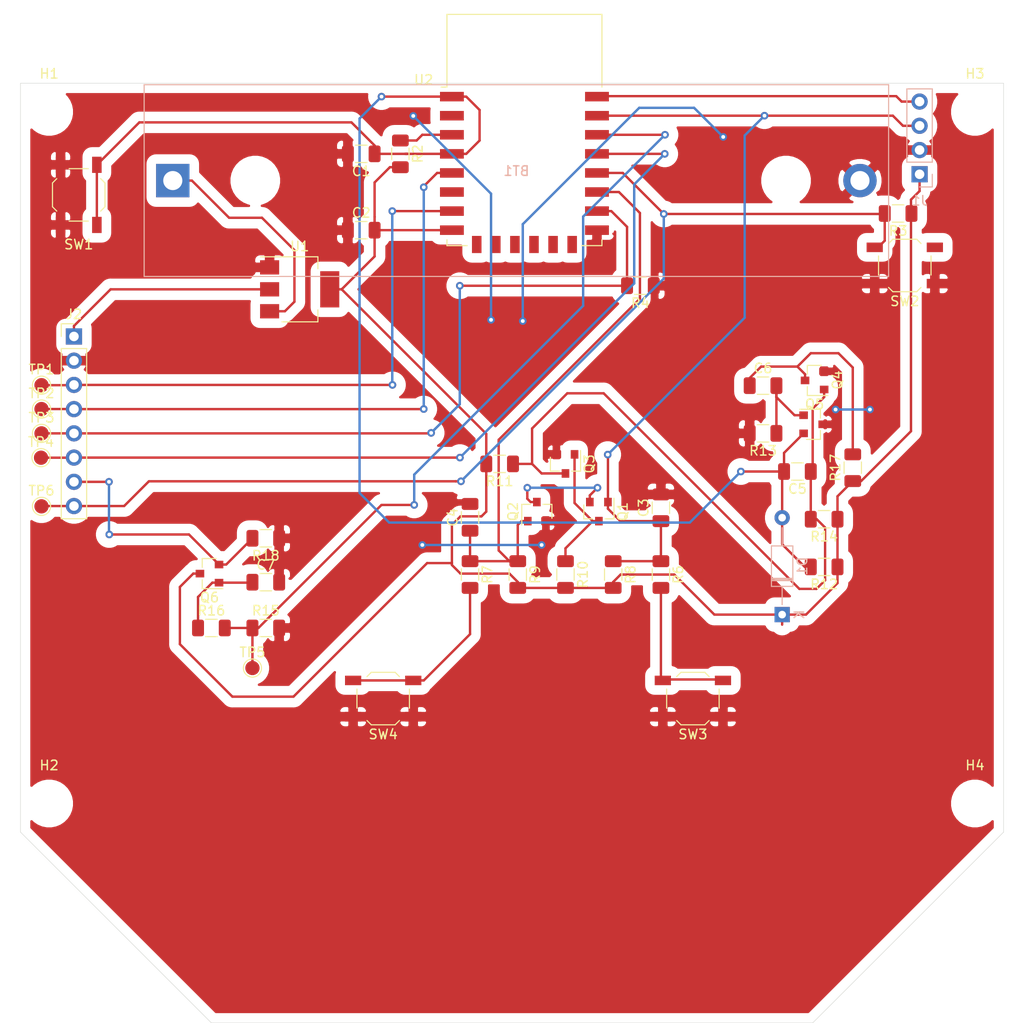
<source format=kicad_pcb>
(kicad_pcb (version 20171130) (host pcbnew 5.1.5+dfsg1-2build2)
  (title_block (title E-printed-exam) (date 2022-06-04) (rev 1.2) (company "Diego Rodríguez Riera"))
  (layers (0 F.Cu signal) (31 B.Cu signal) (34 B.Paste user) (35 F.Paste user) (36 B.SilkS user) (37 F.SilkS user) (38 B.Mask user) (39 F.Mask user) (44 Edge.Cuts user))
  (net 0 "")
  (net 1 "Net-(J1-Pad4)")
  (net 2 GND)
  (net 3 VCC)
  (net 4 "Net-(BT1-Pad1)")
  (net 5 spi-busy,flash)
  (net 6 nxt)
  (net 7 spi-clk)
  (net 8 spi-mosi)
  (net 9 spi-cs)
  (net 10 spi-dc)
  (net 11 spi-nrst)
  (net 12 spi-rst)
  (net 13 prv)
  (net 14 "Net-(R2-Pad1)")
  (net 15 "Net-(U2-Pad14)")
  (net 16 "Net-(U2-Pad13)")
  (net 17 "Net-(U2-Pad12)")
  (net 18 "Net-(U2-Pad11)")
  (net 19 "Net-(U2-Pad10)")
  (net 20 "Net-(U2-Pad9)")
  (net 21 spi-miso)
  (net 22 "Net-(U2-Pad2)")
  (net 23 nrst)
  (net 24 nxt+prv)
  (net 25 "Net-(C6-Pad2)")
  (net 26 "Net-(C6-Pad1)")
  (net 27 "Net-(C7-Pad1)")
  (net 28 "Net-(Q1-Pad3)")
  (net 29 "Net-(Q1-Pad2)")
  (net 30 "Net-(R6-Pad2)")
  (net 31 "Net-(R7-Pad2)")
  (module Button_Switch_SMD:SW_SPST_TL3342 (layer F.Cu) (at 97.375 57.825 90)
    (fp_text reference SW1 (at -5.2 0) (layer F.SilkS))
    (fp_text value SW_Push)
    (pad 2 smd rect (at 3.15 1.9 90) (size 1.7 1) (layers F.Cu F.Paste F.Mask) (net 23 nrst))
    (pad 2 smd rect (at -3.15 1.9 90) (size 1.7 1) (layers F.Cu F.Paste F.Mask) (net 23 nrst))
    (pad 1 smd rect (at 3.15 -1.9 90) (size 1.7 1) (layers F.Cu F.Paste F.Mask) (net 2 GND))
    (pad 1 smd rect (at -3.15 -1.9 90) (size 1.7 1) (layers F.Cu F.Paste F.Mask) (net 2 GND))
  )
  (module Resistor_SMD:R_1206_3216Metric (layer F.Cu) (at 183.225 59.775 180)
    (fp_text reference R3 (at 0 -1.82) (layer F.SilkS))
    (fp_text value 10k)
    (pad 2 smd roundrect (at 1.4 0 180) (size 1.25 1.75) (layers F.Cu F.Paste F.Mask) (roundrect_rratio 0.2) (net 5 spi-busy,flash))
    (pad 1 smd roundrect (at -1.4 0 180) (size 1.25 1.75) (layers F.Cu F.Paste F.Mask) (roundrect_rratio 0.2) (net 3 VCC))
  )
  (module Resistor_SMD:R_1206_3216Metric (layer F.Cu) (at 141.475 86.025 180)
    (fp_text reference R11 (at 0 -1.82) (layer F.SilkS))
    (fp_text value 33k)
    (pad 2 smd roundrect (at 1.4 0 180) (size 1.25 1.75) (layers F.Cu F.Paste F.Mask) (roundrect_rratio 0.2) (net 3 VCC))
    (pad 1 smd roundrect (at -1.4 0 180) (size 1.25 1.75) (layers F.Cu F.Paste F.Mask) (roundrect_rratio 0.2) (net 24 nxt+prv))
  )
  (module Resistor_SMD:R_1206_3216Metric (layer F.Cu) (at 175.475 91.825 180)
    (fp_text reference R14 (at 0 -1.82) (layer F.SilkS))
    (fp_text value 22k)
    (pad 2 smd roundrect (at 1.4 0 180) (size 1.25 1.75) (layers F.Cu F.Paste F.Mask) (roundrect_rratio 0.2) (net 24 nxt+prv))
    (pad 1 smd roundrect (at -1.4 0 180) (size 1.25 1.75) (layers F.Cu F.Paste F.Mask) (roundrect_rratio 0.2) (net 3 VCC))
  )
  (module Resistor_SMD:R_1206_3216Metric (layer F.Cu) (at 175.475 96.825 180)
    (fp_text reference R12 (at 0 -1.82) (layer F.SilkS))
    (fp_text value 10k)
    (pad 2 smd roundrect (at 1.4 0 180) (size 1.25 1.75) (layers F.Cu F.Paste F.Mask) (roundrect_rratio 0.2) (net 23 nrst))
    (pad 1 smd roundrect (at -1.4 0 180) (size 1.25 1.75) (layers F.Cu F.Paste F.Mask) (roundrect_rratio 0.2) (net 3 VCC))
  )
  (module Package_TO_SOT_SMD:SOT-23 (layer F.Cu) (at 174.325 81.875)
    (fp_text reference Q4 (at 2.55 -4.65 270) (layer F.SilkS))
    (fp_text value 2N7002)
    (pad 3 smd rect (at 1 0) (size 0.9 0.8) (layers F.Cu F.Paste F.Mask) (net 2 GND))
    (pad 2 smd rect (at -1 0.95) (size 0.9 0.8) (layers F.Cu F.Paste F.Mask) (net 23 nrst))
    (pad 1 smd rect (at -1 -0.95) (size 0.9 0.8) (layers F.Cu F.Paste F.Mask) (net 25 "Net-(C6-Pad2)"))
  )
  (module RF_Module:ESP-12E (layer F.Cu) (at 144.075 51.025)
    (fp_text reference U2 (at -10.56 -5.26) (layer F.SilkS))
    (fp_text value ESP-12F)
    (pad 22 smd rect (at 7.6 -3.5) (size 2.5 1) (layers F.Cu F.Paste F.Mask) (net 1 "Net-(J1-Pad4)"))
    (pad 21 smd rect (at 7.6 -1.5) (size 2.5 1) (layers F.Cu F.Paste F.Mask) (net 6 nxt))
    (pad 20 smd rect (at 7.6 0.5) (size 2.5 1) (layers F.Cu F.Paste F.Mask) (net 12 spi-rst))
    (pad 19 smd rect (at 7.6 2.5) (size 2.5 1) (layers F.Cu F.Paste F.Mask) (net 10 spi-dc))
    (pad 18 smd rect (at 7.6 4.5) (size 2.5 1) (layers F.Cu F.Paste F.Mask) (net 5 spi-busy,flash))
    (pad 17 smd rect (at 7.6 6.5) (size 2.5 1) (layers F.Cu F.Paste F.Mask) (net 13 prv))
    (pad 16 smd rect (at 7.6 8.5) (size 2.5 1) (layers F.Cu F.Paste F.Mask) (net 9 spi-cs))
    (pad 15 smd rect (at 7.6 10.5) (size 2.5 1) (layers F.Cu F.Paste F.Mask) (net 2 GND))
    (pad 14 smd rect (at 5 12) (size 1 1.8) (layers F.Cu F.Paste F.Mask) (net 15 "Net-(U2-Pad14)"))
    (pad 13 smd rect (at 3 12) (size 1 1.8) (layers F.Cu F.Paste F.Mask) (net 16 "Net-(U2-Pad13)"))
    (pad 12 smd rect (at 1 12) (size 1 1.8) (layers F.Cu F.Paste F.Mask) (net 17 "Net-(U2-Pad12)"))
    (pad 11 smd rect (at -1 12) (size 1 1.8) (layers F.Cu F.Paste F.Mask) (net 18 "Net-(U2-Pad11)"))
    (pad 10 smd rect (at -3 12) (size 1 1.8) (layers F.Cu F.Paste F.Mask) (net 19 "Net-(U2-Pad10)"))
    (pad 9 smd rect (at -5 12) (size 1 1.8) (layers F.Cu F.Paste F.Mask) (net 20 "Net-(U2-Pad9)"))
    (pad 8 smd rect (at -7.6 10.5) (size 2.5 1) (layers F.Cu F.Paste F.Mask) (net 3 VCC))
    (pad 7 smd rect (at -7.6 8.5) (size 2.5 1) (layers F.Cu F.Paste F.Mask) (net 8 spi-mosi))
    (pad 6 smd rect (at -7.6 6.5) (size 2.5 1) (layers F.Cu F.Paste F.Mask) (net 21 spi-miso))
    (pad 5 smd rect (at -7.6 4.5) (size 2.5 1) (layers F.Cu F.Paste F.Mask) (net 7 spi-clk))
    (pad 4 smd rect (at -7.6 2.5) (size 2.5 1) (layers F.Cu F.Paste F.Mask) (net 23 nrst))
    (pad 3 smd rect (at -7.6 0.5) (size 2.5 1) (layers F.Cu F.Paste F.Mask) (net 14 "Net-(R2-Pad1)"))
    (pad 2 smd rect (at -7.6 -1.5) (size 2.5 1) (layers F.Cu F.Paste F.Mask) (net 22 "Net-(U2-Pad2)"))
    (pad 1 smd rect (at -7.6 -3.5) (size 2.5 1) (layers F.Cu F.Paste F.Mask) (net 23 nrst))
  )
  (module Package_TO_SOT_SMD:SOT-223-3_TabPin2 (layer F.Cu) (at 120.525 67.725)
    (fp_text reference U1 (at 0 -4.5) (layer F.SilkS))
    (fp_text value AP1117-33)
    (pad 1 smd rect (at -3.15 -2.3) (size 2 1.5) (layers F.Cu F.Paste F.Mask) (net 2 GND))
    (pad 3 smd rect (at -3.15 2.3) (size 2 1.5) (layers F.Cu F.Paste F.Mask) (net 4 "Net-(BT1-Pad1)"))
    (pad 2 smd rect (at -3.15 0) (size 2 1.5) (layers F.Cu F.Paste F.Mask) (net 3 VCC))
    (pad 2 smd rect (at 3.15 0) (size 2 3.8) (layers F.Cu F.Paste F.Mask) (net 3 VCC))
  )
  (module TestPoint:TestPoint_Pad_D1.5mm (layer F.Cu) (at 93.475 90.475)
    (fp_text reference TP6 (at 0 -1.648) (layer F.SilkS))
    (fp_text value TestPoint)
    (pad 1 smd circle (at 0 0) (size 1.5 1.5) (layers F.Cu F.Mask) (net 5 spi-busy,flash))
  )
  (module TestPoint:TestPoint_Pad_D1.5mm (layer F.Cu) (at 115.575 107.425)
    (fp_text reference TP5 (at 0 -1.648) (layer F.SilkS))
    (fp_text value TestPoint)
    (pad 1 smd circle (at 0 0) (size 1.5 1.5) (layers F.Cu F.Mask) (net 12 spi-rst))
  )
  (module TestPoint:TestPoint_Pad_D1.5mm (layer F.Cu) (at 93.425 85.375)
    (fp_text reference TP4 (at 0 -1.648) (layer F.SilkS))
    (fp_text value TestPoint)
    (pad 1 smd circle (at 0 0) (size 1.5 1.5) (layers F.Cu F.Mask) (net 10 spi-dc))
  )
  (module TestPoint:TestPoint_Pad_D1.5mm (layer F.Cu) (at 93.475 82.825)
    (fp_text reference TP3 (at 0 -1.648) (layer F.SilkS))
    (fp_text value TestPoint)
    (pad 1 smd circle (at 0 0) (size 1.5 1.5) (layers F.Cu F.Mask) (net 9 spi-cs))
  )
  (module TestPoint:TestPoint_Pad_D1.5mm (layer F.Cu) (at 93.475 80.275)
    (fp_text reference TP2 (at 0 -1.648) (layer F.SilkS))
    (fp_text value TestPoint)
    (pad 1 smd circle (at 0 0) (size 1.5 1.5) (layers F.Cu F.Mask) (net 7 spi-clk))
  )
  (module TestPoint:TestPoint_Pad_D1.5mm (layer F.Cu) (at 93.475 77.775)
    (fp_text reference TP1 (at 0 -1.648) (layer F.SilkS))
    (fp_text value TestPoint)
    (pad 1 smd circle (at 0 0) (size 1.5 1.5) (layers F.Cu F.Mask) (net 8 spi-mosi))
  )
  (module Button_Switch_SMD:SW_SPST_TL3342 (layer F.Cu) (at 129.275 110.625 180)
    (fp_text reference SW4 (at 0 -3.75) (layer F.SilkS))
    (fp_text value SW_Push)
    (pad 2 smd rect (at 3.15 1.9 180) (size 1.7 1) (layers F.Cu F.Paste F.Mask) (net 31 "Net-(R7-Pad2)"))
    (pad 2 smd rect (at -3.15 1.9 180) (size 1.7 1) (layers F.Cu F.Paste F.Mask) (net 31 "Net-(R7-Pad2)"))
    (pad 1 smd rect (at 3.15 -1.9 180) (size 1.7 1) (layers F.Cu F.Paste F.Mask) (net 2 GND))
    (pad 1 smd rect (at -3.15 -1.9 180) (size 1.7 1) (layers F.Cu F.Paste F.Mask) (net 2 GND))
  )
  (module Button_Switch_SMD:SW_SPST_TL3342 (layer F.Cu) (at 161.725 110.625 180)
    (fp_text reference SW3 (at 0 -3.75) (layer F.SilkS))
    (fp_text value SW_Push)
    (pad 2 smd rect (at 3.15 1.9 180) (size 1.7 1) (layers F.Cu F.Paste F.Mask) (net 30 "Net-(R6-Pad2)"))
    (pad 2 smd rect (at -3.15 1.9 180) (size 1.7 1) (layers F.Cu F.Paste F.Mask) (net 30 "Net-(R6-Pad2)"))
    (pad 1 smd rect (at 3.15 -1.9 180) (size 1.7 1) (layers F.Cu F.Paste F.Mask) (net 2 GND))
    (pad 1 smd rect (at -3.15 -1.9 180) (size 1.7 1) (layers F.Cu F.Paste F.Mask) (net 2 GND))
  )
  (module Button_Switch_SMD:SW_SPST_TL3342 (layer F.Cu) (at 183.925 65.225 180)
    (fp_text reference SW2 (at 0 -3.75) (layer F.SilkS))
    (fp_text value SW_Push)
    (pad 2 smd rect (at 3.15 1.9 180) (size 1.7 1) (layers F.Cu F.Paste F.Mask) (net 5 spi-busy,flash))
    (pad 2 smd rect (at -3.15 1.9 180) (size 1.7 1) (layers F.Cu F.Paste F.Mask) (net 5 spi-busy,flash))
    (pad 1 smd rect (at 3.15 -1.9 180) (size 1.7 1) (layers F.Cu F.Paste F.Mask) (net 2 GND))
    (pad 1 smd rect (at -3.15 -1.9 180) (size 1.7 1) (layers F.Cu F.Paste F.Mask) (net 2 GND))
  )
  (module Resistor_SMD:R_1206_3216Metric (layer F.Cu) (at 116.975 93.825 180)
    (fp_text reference R18 (at 0 -1.82) (layer F.SilkS))
    (fp_text value 10k)
    (pad 2 smd roundrect (at 1.4 0 180) (size 1.25 1.75) (layers F.Cu F.Paste F.Mask) (roundrect_rratio 0.2) (net 11 spi-nrst))
    (pad 1 smd roundrect (at -1.4 0 180) (size 1.25 1.75) (layers F.Cu F.Paste F.Mask) (roundrect_rratio 0.2) (net 2 GND))
  )
  (module Resistor_SMD:R_1206_3216Metric (layer F.Cu) (at 178.475 86.425 90)
    (fp_text reference R17 (at 0 -1.82 90) (layer F.SilkS))
    (fp_text value 560k)
    (pad 2 smd roundrect (at 1.4 0 90) (size 1.25 1.75) (layers F.Cu F.Paste F.Mask) (roundrect_rratio 0.2) (net 26 "Net-(C6-Pad1)"))
    (pad 1 smd roundrect (at -1.4 0 90) (size 1.25 1.75) (layers F.Cu F.Paste F.Mask) (roundrect_rratio 0.2) (net 3 VCC))
  )
  (module Resistor_SMD:R_1206_3216Metric (layer F.Cu) (at 111.275 103.225)
    (fp_text reference R16 (at 0 -1.82) (layer F.SilkS))
    (fp_text value 10k)
    (pad 2 smd roundrect (at 1.4 0) (size 1.25 1.75) (layers F.Cu F.Paste F.Mask) (roundrect_rratio 0.2) (net 12 spi-rst))
    (pad 1 smd roundrect (at -1.4 0) (size 1.25 1.75) (layers F.Cu F.Paste F.Mask) (roundrect_rratio 0.2) (net 27 "Net-(C7-Pad1)"))
  )
  (module Resistor_SMD:R_1206_3216Metric (layer F.Cu) (at 116.975 103.225)
    (fp_text reference R15 (at 0 -1.82) (layer F.SilkS))
    (fp_text value 10k)
    (pad 2 smd roundrect (at 1.4 0) (size 1.25 1.75) (layers F.Cu F.Paste F.Mask) (roundrect_rratio 0.2) (net 2 GND))
    (pad 1 smd roundrect (at -1.4 0) (size 1.25 1.75) (layers F.Cu F.Paste F.Mask) (roundrect_rratio 0.2) (net 12 spi-rst))
  )
  (module Resistor_SMD:R_1206_3216Metric (layer F.Cu) (at 169.075 82.825 180)
    (fp_text reference R13 (at 0 -1.82) (layer F.SilkS))
    (fp_text value 330)
    (pad 2 smd roundrect (at 1.4 0 180) (size 1.25 1.75) (layers F.Cu F.Paste F.Mask) (roundrect_rratio 0.2) (net 2 GND))
    (pad 1 smd roundrect (at -1.4 0 180) (size 1.25 1.75) (layers F.Cu F.Paste F.Mask) (roundrect_rratio 0.2) (net 25 "Net-(C6-Pad2)"))
  )
  (module Resistor_SMD:R_1206_3216Metric (layer F.Cu) (at 148.375 97.625 270)
    (fp_text reference R10 (at 0 -1.82 90) (layer F.SilkS))
    (fp_text value 33k)
    (pad 2 smd roundrect (at 1.4 0 270) (size 1.25 1.75) (layers F.Cu F.Paste F.Mask) (roundrect_rratio 0.2) (net 3 VCC))
    (pad 1 smd roundrect (at -1.4 0 270) (size 1.25 1.75) (layers F.Cu F.Paste F.Mask) (roundrect_rratio 0.2) (net 28 "Net-(Q1-Pad3)"))
  )
  (module Resistor_SMD:R_1206_3216Metric (layer F.Cu) (at 143.375 97.625 270)
    (fp_text reference R9 (at 0 -1.82 90) (layer F.SilkS))
    (fp_text value 10k)
    (pad 2 smd roundrect (at 1.4 0 270) (size 1.25 1.75) (layers F.Cu F.Paste F.Mask) (roundrect_rratio 0.2) (net 3 VCC))
    (pad 1 smd roundrect (at -1.4 0 270) (size 1.25 1.75) (layers F.Cu F.Paste F.Mask) (roundrect_rratio 0.2) (net 13 prv))
  )
  (module Resistor_SMD:R_1206_3216Metric (layer F.Cu) (at 153.375 97.625 270)
    (fp_text reference R8 (at 0 -1.82 90) (layer F.SilkS))
    (fp_text value 10k)
    (pad 2 smd roundrect (at 1.4 0 270) (size 1.25 1.75) (layers F.Cu F.Paste F.Mask) (roundrect_rratio 0.2) (net 3 VCC))
    (pad 1 smd roundrect (at -1.4 0 270) (size 1.25 1.75) (layers F.Cu F.Paste F.Mask) (roundrect_rratio 0.2) (net 6 nxt))
  )
  (module Resistor_SMD:R_1206_3216Metric (layer F.Cu) (at 138.375 97.625 270)
    (fp_text reference R7 (at 0 -1.82 90) (layer F.SilkS))
    (fp_text value 1k)
    (pad 2 smd roundrect (at 1.4 0 270) (size 1.25 1.75) (layers F.Cu F.Paste F.Mask) (roundrect_rratio 0.2) (net 31 "Net-(R7-Pad2)"))
    (pad 1 smd roundrect (at -1.4 0 270) (size 1.25 1.75) (layers F.Cu F.Paste F.Mask) (roundrect_rratio 0.2) (net 13 prv))
  )
  (module Resistor_SMD:R_1206_3216Metric (layer F.Cu) (at 158.375 97.625 270)
    (fp_text reference R6 (at 0 -1.82 90) (layer F.SilkS))
    (fp_text value 1k)
    (pad 2 smd roundrect (at 1.4 0 270) (size 1.25 1.75) (layers F.Cu F.Paste F.Mask) (roundrect_rratio 0.2) (net 30 "Net-(R6-Pad2)"))
    (pad 1 smd roundrect (at -1.4 0 270) (size 1.25 1.75) (layers F.Cu F.Paste F.Mask) (roundrect_rratio 0.2) (net 6 nxt))
  )
  (module Resistor_SMD:R_1206_3216Metric (layer F.Cu) (at 156.225 67.35 180)
    (fp_text reference R4 (at 0 -1.82) (layer F.SilkS))
    (fp_text value 10k)
    (pad 2 smd roundrect (at 1.4 0 180) (size 1.25 1.75) (layers F.Cu F.Paste F.Mask) (roundrect_rratio 0.2) (net 9 spi-cs))
    (pad 1 smd roundrect (at -1.4 0 180) (size 1.25 1.75) (layers F.Cu F.Paste F.Mask) (roundrect_rratio 0.2) (net 2 GND))
  )
  (module Resistor_SMD:R_1206_3216Metric (layer F.Cu) (at 131.075 53.525 270)
    (fp_text reference R2 (at 0 -1.82 90) (layer F.SilkS))
    (fp_text value 10k)
    (pad 2 smd roundrect (at 1.4 0 270) (size 1.25 1.75) (layers F.Cu F.Paste F.Mask) (roundrect_rratio 0.2) (net 3 VCC))
    (pad 1 smd roundrect (at -1.4 0 270) (size 1.25 1.75) (layers F.Cu F.Paste F.Mask) (roundrect_rratio 0.2) (net 14 "Net-(R2-Pad1)"))
  )
  (module Package_TO_SOT_SMD:SOT-23 (layer F.Cu) (at 111.075 97.525 180)
    (fp_text reference Q6 (at 0 -2.5) (layer F.SilkS))
    (fp_text value AO3401A)
    (pad 3 smd rect (at 1 0 180) (size 0.9 0.8) (layers F.Cu F.Paste F.Mask) (net 3 VCC))
    (pad 2 smd rect (at -1 0.95 180) (size 0.9 0.8) (layers F.Cu F.Paste F.Mask) (net 11 spi-nrst))
    (pad 1 smd rect (at -1 -0.95 180) (size 0.9 0.8) (layers F.Cu F.Paste F.Mask) (net 27 "Net-(C7-Pad1)"))
  )
  (module Package_TO_SOT_SMD:SOT-23 (layer F.Cu) (at 174.475 77.275 180)
    (fp_text reference Q5 (at 0 -2.5) (layer F.SilkS))
    (fp_text value 2N7002)
    (pad 3 smd rect (at 1 0 180) (size 0.9 0.8) (layers F.Cu F.Paste F.Mask) (net 26 "Net-(C6-Pad1)"))
    (pad 2 smd rect (at -1 0.95 180) (size 0.9 0.8) (layers F.Cu F.Paste F.Mask) (net 2 GND))
    (pad 1 smd rect (at -1 -0.95 180) (size 0.9 0.8) (layers F.Cu F.Paste F.Mask) (net 24 nxt+prv))
  )
  (module Package_TO_SOT_SMD:SOT-23 (layer F.Cu) (at 148.375 86.025 270)
    (fp_text reference Q3 (at 0 -2.5 90) (layer F.SilkS))
    (fp_text value 2N7002)
    (pad 3 smd rect (at 1 0 270) (size 0.9 0.8) (layers F.Cu F.Paste F.Mask) (net 24 nxt+prv))
    (pad 2 smd rect (at -1 0.95 270) (size 0.9 0.8) (layers F.Cu F.Paste F.Mask) (net 2 GND))
    (pad 1 smd rect (at -1 -0.95 270) (size 0.9 0.8) (layers F.Cu F.Paste F.Mask) (net 28 "Net-(Q1-Pad3)"))
  )
  (module Package_TO_SOT_SMD:SOT-23 (layer F.Cu) (at 145.375 91.025 90)
    (fp_text reference Q2 (at 0 -2.5 90) (layer F.SilkS))
    (fp_text value 2N7002)
    (pad 3 smd rect (at 1 0 90) (size 0.9 0.8) (layers F.Cu F.Paste F.Mask) (net 29 "Net-(Q1-Pad2)"))
    (pad 2 smd rect (at -1 0.95 90) (size 0.9 0.8) (layers F.Cu F.Paste F.Mask) (net 2 GND))
    (pad 1 smd rect (at -1 -0.95 90) (size 0.9 0.8) (layers F.Cu F.Paste F.Mask) (net 13 prv))
  )
  (module Package_TO_SOT_SMD:SOT-23 (layer F.Cu) (at 151.875 91.025 270)
    (fp_text reference Q1 (at 0 -2.5 90) (layer F.SilkS))
    (fp_text value 2N7002)
    (pad 3 smd rect (at 1 0 270) (size 0.9 0.8) (layers F.Cu F.Paste F.Mask) (net 28 "Net-(Q1-Pad3)"))
    (pad 2 smd rect (at -1 0.95 270) (size 0.9 0.8) (layers F.Cu F.Paste F.Mask) (net 29 "Net-(Q1-Pad2)"))
    (pad 1 smd rect (at -1 -0.95 270) (size 0.9 0.8) (layers F.Cu F.Paste F.Mask) (net 6 nxt))
  )
  (module Connector_PinHeader_2.54mm:PinHeader_1x08_P2.54mm_Vertical (layer F.Cu) (at 96.875 72.665)
    (fp_text reference J2 (at 0 -2.33) (layer F.SilkS))
    (fp_text value Conn_01x08)
    (pad 8 thru_hole oval (at 0 17.78) (size 1.7 1.7) (drill 1) (layers *.Cu *.Mask) (net 5 spi-busy,flash))
    (pad 7 thru_hole oval (at 0 15.24) (size 1.7 1.7) (drill 1) (layers *.Cu *.Mask) (net 11 spi-nrst))
    (pad 6 thru_hole oval (at 0 12.7) (size 1.7 1.7) (drill 1) (layers *.Cu *.Mask) (net 10 spi-dc))
    (pad 5 thru_hole oval (at 0 10.16) (size 1.7 1.7) (drill 1) (layers *.Cu *.Mask) (net 9 spi-cs))
    (pad 4 thru_hole oval (at 0 7.62) (size 1.7 1.7) (drill 1) (layers *.Cu *.Mask) (net 7 spi-clk))
    (pad 3 thru_hole oval (at 0 5.08) (size 1.7 1.7) (drill 1) (layers *.Cu *.Mask) (net 8 spi-mosi))
    (pad 2 thru_hole oval (at 0 2.54) (size 1.7 1.7) (drill 1) (layers *.Cu *.Mask) (net 2 GND))
    (pad 1 thru_hole rect (at 0 0) (size 1.7 1.7) (drill 1) (layers *.Cu *.Mask) (net 3 VCC))
  )
  (module Connector_PinSocket_2.54mm:PinSocket_1x04_P2.54mm_Vertical (layer B.Cu) (at 185.475 55.665)
    (fp_text reference J1 (at 0 2.77) (layer B.SilkS) (effects (justify mirror)))
    (fp_text value Conn_01x04)
    (pad 4 thru_hole oval (at 0 -7.62) (size 1.7 1.7) (drill 1) (layers *.Cu *.Mask) (net 1 "Net-(J1-Pad4)"))
    (pad 3 thru_hole oval (at 0 -5.08) (size 1.7 1.7) (drill 1) (layers *.Cu *.Mask) (net 6 nxt))
    (pad 2 thru_hole oval (at 0 -2.54) (size 1.7 1.7) (drill 1) (layers *.Cu *.Mask) (net 2 GND))
    (pad 1 thru_hole rect (at 0 0) (size 1.7 1.7) (drill 1) (layers *.Cu *.Mask) (net 3 VCC))
  )
  (module Diode_THT:D_DO-35_SOD27_P10.16mm_Horizontal (layer B.Cu) (at 171.075 101.825 90)
    (fp_text reference D1 (at 5.08 2.12 270) (layer B.SilkS) (effects (justify mirror)))
    (fp_text value D)
    (fp_text user K (at 0 1.8 270) (layer B.SilkS) (effects (justify mirror)))
    (pad 2 thru_hole oval (at 10.16 0 90) (size 1.6 1.6) (drill 0.8) (layers *.Cu *.Mask) (net 23 nrst))
    (pad 1 thru_hole rect (at 0 0 90) (size 1.6 1.6) (drill 0.8) (layers *.Cu *.Mask) (net 3 VCC))
  )
  (module Capacitor_SMD:C_1206_3216Metric (layer F.Cu) (at 116.975 98.425)
    (fp_text reference C7 (at 0 -1.82) (layer F.SilkS))
    (fp_text value 100n)
    (pad 2 smd roundrect (at 1.4 0) (size 1.25 1.75) (layers F.Cu F.Paste F.Mask) (roundrect_rratio 0.2) (net 2 GND))
    (pad 1 smd roundrect (at -1.4 0) (size 1.25 1.75) (layers F.Cu F.Paste F.Mask) (roundrect_rratio 0.2) (net 27 "Net-(C7-Pad1)"))
  )
  (module Capacitor_SMD:C_1206_3216Metric (layer F.Cu) (at 169.075 77.825)
    (fp_text reference C6 (at 0 -1.82) (layer F.SilkS))
    (fp_text value 10n)
    (pad 2 smd roundrect (at 1.4 0) (size 1.25 1.75) (layers F.Cu F.Paste F.Mask) (roundrect_rratio 0.2) (net 25 "Net-(C6-Pad2)"))
    (pad 1 smd roundrect (at -1.4 0) (size 1.25 1.75) (layers F.Cu F.Paste F.Mask) (roundrect_rratio 0.2) (net 26 "Net-(C6-Pad1)"))
  )
  (module Capacitor_SMD:C_1206_3216Metric (layer F.Cu) (at 172.675 86.825 180)
    (fp_text reference C5 (at 0 -1.82) (layer F.SilkS))
    (fp_text value 100n)
    (pad 2 smd roundrect (at 1.4 0 180) (size 1.25 1.75) (layers F.Cu F.Paste F.Mask) (roundrect_rratio 0.2) (net 23 nrst))
    (pad 1 smd roundrect (at -1.4 0 180) (size 1.25 1.75) (layers F.Cu F.Paste F.Mask) (roundrect_rratio 0.2) (net 24 nxt+prv))
  )
  (module Capacitor_SMD:C_1206_3216Metric (layer F.Cu) (at 138.375 91.625 90)
    (fp_text reference C4 (at 0 -1.82 90) (layer F.SilkS))
    (fp_text value 100n)
    (pad 2 smd roundrect (at 1.4 0 90) (size 1.25 1.75) (layers F.Cu F.Paste F.Mask) (roundrect_rratio 0.2) (net 2 GND))
    (pad 1 smd roundrect (at -1.4 0 90) (size 1.25 1.75) (layers F.Cu F.Paste F.Mask) (roundrect_rratio 0.2) (net 13 prv))
  )
  (module Capacitor_SMD:C_1206_3216Metric (layer F.Cu) (at 158.375 90.625 90)
    (fp_text reference C3 (at 0 -1.82 90) (layer F.SilkS))
    (fp_text value 100n)
    (pad 2 smd roundrect (at 1.4 0 90) (size 1.25 1.75) (layers F.Cu F.Paste F.Mask) (roundrect_rratio 0.2) (net 2 GND))
    (pad 1 smd roundrect (at -1.4 0 90) (size 1.25 1.75) (layers F.Cu F.Paste F.Mask) (roundrect_rratio 0.2) (net 6 nxt))
  )
  (module Capacitor_SMD:C_1206_3216Metric (layer F.Cu) (at 126.975 61.525)
    (fp_text reference C2 (at 0 -1.82) (layer F.SilkS))
    (fp_text value 100n)
    (pad 2 smd roundrect (at 1.4 0) (size 1.25 1.75) (layers F.Cu F.Paste F.Mask) (roundrect_rratio 0.2) (net 3 VCC))
    (pad 1 smd roundrect (at -1.4 0) (size 1.25 1.75) (layers F.Cu F.Paste F.Mask) (roundrect_rratio 0.2) (net 2 GND))
  )
  (module Capacitor_SMD:C_1206_3216Metric (layer F.Cu) (at 126.975 53.525 180)
    (fp_text reference C1 (at 0 -1.82) (layer F.SilkS))
    (fp_text value 100n)
    (pad 2 smd roundrect (at 1.4 0 180) (size 1.25 1.75) (layers F.Cu F.Paste F.Mask) (roundrect_rratio 0.2) (net 2 GND))
    (pad 1 smd roundrect (at -1.4 0 180) (size 1.25 1.75) (layers F.Cu F.Paste F.Mask) (roundrect_rratio 0.2) (net 23 nrst))
  )
  (module Battery:BatteryHolder_MPD_BH-18650-PC2 (layer B.Cu) (at 107.23 56.325)
    (fp_text reference BT1 (at 36 -1) (layer B.SilkS) (effects (justify mirror)))
    (fp_text value Battery_Cell)
    (pad "" np_thru_hole circle (at 64.255 0) (size 3.2 3.2) (drill 3.2) (layers *.Cu *.Mask))
    (pad "" np_thru_hole circle (at 8.645 0) (size 3.2 3.2) (drill 3.2) (layers *.Cu *.Mask))
    (pad 1 thru_hole rect (at 0 0) (size 3.5 3.5) (drill 2) (layers *.Cu *.Mask) (net 4 "Net-(BT1-Pad1)"))
    (pad 2 thru_hole circle (at 72 0) (size 3.5 3.5) (drill 2) (layers *.Cu *.Mask) (net 2 GND))
  )
  (module MountingHole:MountingHole_3mm (layer F.Cu) (at 191.275 49.125)
    (fp_text reference H3 (at 0 -4) (layer F.SilkS))
    (fp_text value MountingHole)
    (pad 1 np_thru_hole circle (at 0 0) (size 3 3) (drill 3) (layers *.Cu *.Mask))
  )
  (module MountingHole:MountingHole_3mm (layer F.Cu) (at 94.275 49.125)
    (fp_text reference H1 (at 0 -4) (layer F.SilkS))
    (fp_text value MountingHole)
    (pad 1 np_thru_hole circle (at 0 0) (size 3 3) (drill 3) (layers *.Cu *.Mask))
  )
  (module MountingHole:MountingHole_3mm (layer F.Cu) (at 191.275 121.625)
    (fp_text reference H4 (at 0 -4) (layer F.SilkS))
    (fp_text value MountingHole)
    (pad 1 np_thru_hole circle (at 0 0) (size 3 3) (drill 3) (layers *.Cu *.Mask))
  )
  (module MountingHole:MountingHole_3mm (layer F.Cu) (at 94.275 121.625)
    (fp_text reference H2 (at 0 -4) (layer F.SilkS))
    (fp_text value MountingHole)
    (pad 1 np_thru_hole circle (at 0 0) (size 3 3) (drill 3) (layers *.Cu *.Mask))
  )
  (gr_line (start 91.275 46.125) (end 194.275 46.125) (layer Edge.Cuts) (width 0.05))
  (gr_line (start 111.275 144.625) (end 174.275 144.625) (layer Edge.Cuts) (width 0.05))
  (gr_line (start 91.275 124.625) (end 111.275 144.625) (layer Edge.Cuts) (width 0.05))
  (gr_line (start 194.275 124.625) (end 174.275 144.625) (layer Edge.Cuts) (width 0.05))
  (gr_line (start 91.275 124.625) (end 91.275 46.125) (layer Edge.Cuts) (width 0.05))
  (gr_line (start 194.275 46.125) (end 194.275 124.625) (layer Edge.Cuts) (width 0.05))
  (segment (start 183.595 48.045) (end 185.475 48.045) (width 0.25) (layer F.Cu) (net 1))
  (segment (start 183.025 47.475) (end 183.595 48.045) (width 0.25) (layer F.Cu) (net 1))
  (segment (start 151.725 47.475) (end 183.025 47.475) (width 0.25) (layer F.Cu) (net 1))
  (segment (start 151.675 47.525) (end 151.725 47.475) (width 0.25) (layer F.Cu) (net 1))
  (via (at 145.875 94.525) (size 0.8) (drill 0.4) (layers F.Cu B.Cu) (net 2))
  (segment (start 175.325 81.875) (end 176.225 81.875) (width 0.25) (layer F.Cu) (net 2))
  (via (at 176.675 80.325) (size 0.8) (drill 0.4) (layers F.Cu B.Cu) (net 2))
  (via (at 180.275 80.325) (size 0.8) (drill 0.4) (layers F.Cu B.Cu) (net 2))
  (segment (start 180.275 80.325) (end 176.675 80.325) (width 0.25) (layer B.Cu) (net 2))
  (via (at 133.375 94.525) (size 0.8) (drill 0.4) (layers F.Cu B.Cu) (net 2))
  (segment (start 145.875 94.525) (end 133.375 94.525) (width 0.25) (layer B.Cu) (net 2))
  (via (at 140.575 70.925) (size 0.8) (drill 0.4) (layers F.Cu B.Cu) (net 2))
  (via (at 143.9 71.05) (size 0.8) (drill 0.4) (layers F.Cu B.Cu) (net 2))
  (via (at 164.9 51.75) (size 0.8) (drill 0.4) (layers F.Cu B.Cu) (net 2))
  (segment (start 164.500001 51.350001) (end 164.9 51.75) (width 0.25) (layer B.Cu) (net 2))
  (segment (start 161.85 48.7) (end 164.500001 51.350001) (width 0.25) (layer B.Cu) (net 2))
  (segment (start 143.9 60.9) (end 156.1 48.7) (width 0.25) (layer B.Cu) (net 2))
  (segment (start 156.1 48.7) (end 161.85 48.7) (width 0.25) (layer B.Cu) (net 2))
  (segment (start 143.9 71.05) (end 143.9 60.9) (width 0.25) (layer B.Cu) (net 2))
  (segment (start 132.824999 49.949999) (end 132.425 49.55) (width 0.25) (layer B.Cu) (net 2))
  (segment (start 140.575 57.7) (end 132.824999 49.949999) (width 0.25) (layer B.Cu) (net 2))
  (segment (start 140.575 70.925) (end 140.575 57.7) (width 0.25) (layer B.Cu) (net 2))
  (via (at 132.425 49.55) (size 0.8) (drill 0.4) (layers F.Cu B.Cu) (net 2))
  (segment (start 153.375 99.025) (end 148.375 99.025) (width 0.25) (layer F.Cu) (net 3))
  (segment (start 148.375 99.025) (end 143.375 99.025) (width 0.25) (layer F.Cu) (net 3))
  (segment (start 176.875 92.7) (end 176.875 96.825) (width 0.25) (layer F.Cu) (net 3))
  (segment (start 176.875 91.825) (end 176.875 92.7) (width 0.25) (layer F.Cu) (net 3))
  (segment (start 176.875 98.525) (end 176.875 96.825) (width 0.25) (layer F.Cu) (net 3))
  (segment (start 173.575 101.825) (end 176.875 98.525) (width 0.25) (layer F.Cu) (net 3))
  (segment (start 171.075 101.825) (end 173.575 101.825) (width 0.25) (layer F.Cu) (net 3))
  (segment (start 96.875 71.565) (end 96.875 72.665) (width 0.25) (layer F.Cu) (net 3))
  (segment (start 100.715 67.725) (end 96.875 71.565) (width 0.25) (layer F.Cu) (net 3))
  (segment (start 117.375 67.725) (end 100.715 67.725) (width 0.25) (layer F.Cu) (net 3))
  (segment (start 128.375 61.525) (end 136.475 61.525) (width 0.25) (layer F.Cu) (net 3))
  (segment (start 128.375 62.4) (end 128.375 61.525) (width 0.25) (layer F.Cu) (net 3))
  (segment (start 128.375 64.275) (end 128.375 62.4) (width 0.25) (layer F.Cu) (net 3))
  (segment (start 124.925 67.725) (end 128.375 64.275) (width 0.25) (layer F.Cu) (net 3))
  (segment (start 128.375 56.525) (end 128.375 60.125) (width 0.25) (layer F.Cu) (net 3))
  (segment (start 129.975 54.925) (end 128.375 56.525) (width 0.25) (layer F.Cu) (net 3))
  (segment (start 128.375 60.125) (end 128.375 61.525) (width 0.25) (layer F.Cu) (net 3))
  (segment (start 131.075 54.925) (end 129.975 54.925) (width 0.25) (layer F.Cu) (net 3))
  (segment (start 176.875 89.425) (end 178.475 87.825) (width 0.25) (layer F.Cu) (net 3))
  (segment (start 176.875 91.825) (end 176.875 89.425) (width 0.25) (layer F.Cu) (net 3))
  (segment (start 171.075 102.875) (end 171.075 101.825) (width 0.25) (layer F.Cu) (net 3))
  (segment (start 154.15 97.625) (end 159.775 97.625) (width 0.25) (layer F.Cu) (net 3))
  (segment (start 153.375 98.4) (end 154.15 97.625) (width 0.25) (layer F.Cu) (net 3))
  (segment (start 153.375 99.025) (end 153.375 98.4) (width 0.25) (layer F.Cu) (net 3))
  (segment (start 140.075 86.9) (end 140.075 86.025) (width 0.25) (layer F.Cu) (net 3))
  (segment (start 139.575 91.525) (end 140.075 91.025) (width 0.25) (layer F.Cu) (net 3))
  (segment (start 137.375 91.525) (end 139.575 91.525) (width 0.25) (layer F.Cu) (net 3))
  (segment (start 140.075 91.025) (end 140.075 86.9) (width 0.25) (layer F.Cu) (net 3))
  (segment (start 136.475 92.425) (end 137.375 91.525) (width 0.25) (layer F.Cu) (net 3))
  (segment (start 142.5 97.525) (end 137.375 97.525) (width 0.25) (layer F.Cu) (net 3))
  (segment (start 137.375 97.525) (end 136.475 96.625) (width 0.25) (layer F.Cu) (net 3))
  (segment (start 143.375 98.4) (end 142.5 97.525) (width 0.25) (layer F.Cu) (net 3))
  (segment (start 143.375 99.025) (end 143.375 98.4) (width 0.25) (layer F.Cu) (net 3))
  (segment (start 163.975 101.825) (end 171.075 101.825) (width 0.25) (layer F.Cu) (net 3))
  (segment (start 159.775 97.625) (end 163.975 101.825) (width 0.25) (layer F.Cu) (net 3))
  (segment (start 136.475 96.625) (end 136.475 96.425) (width 0.25) (layer F.Cu) (net 3))
  (segment (start 136.475 96.425) (end 136.475 92.425) (width 0.25) (layer F.Cu) (net 3))
  (segment (start 109.375 97.525) (end 110.075 97.525) (width 0.25) (layer F.Cu) (net 3))
  (segment (start 107.975 104.925) (end 107.975 98.925) (width 0.25) (layer F.Cu) (net 3))
  (segment (start 107.975 98.925) (end 109.375 97.525) (width 0.25) (layer F.Cu) (net 3))
  (segment (start 113.475 110.425) (end 107.975 104.925) (width 0.25) (layer F.Cu) (net 3))
  (segment (start 119.875 110.425) (end 113.475 110.425) (width 0.25) (layer F.Cu) (net 3))
  (segment (start 133.875 96.425) (end 119.875 110.425) (width 0.25) (layer F.Cu) (net 3))
  (segment (start 136.475 96.425) (end 133.875 96.425) (width 0.25) (layer F.Cu) (net 3))
  (segment (start 124.925 67.725) (end 123.675 67.725) (width 0.25) (layer F.Cu) (net 3))
  (segment (start 140.075 82.875) (end 124.925 67.725) (width 0.25) (layer F.Cu) (net 3))
  (segment (start 140.075 86.025) (end 140.075 82.875) (width 0.25) (layer F.Cu) (net 3))
  (segment (start 184.575 58.325) (end 185.475 57.425) (width 0.25) (layer F.Cu) (net 3))
  (segment (start 184.575 82.6) (end 184.575 58.325) (width 0.25) (layer F.Cu) (net 3))
  (segment (start 185.475 57.425) (end 185.475 55.665) (width 0.25) (layer F.Cu) (net 3))
  (segment (start 179.35 87.825) (end 184.575 82.6) (width 0.25) (layer F.Cu) (net 3))
  (segment (start 178.475 87.825) (end 179.35 87.825) (width 0.25) (layer F.Cu) (net 3))
  (segment (start 109.23 56.325) (end 107.23 56.325) (width 0.25) (layer F.Cu) (net 4))
  (segment (start 113.13 60.225) (end 109.23 56.325) (width 0.25) (layer F.Cu) (net 4))
  (segment (start 116.575 60.225) (end 113.13 60.225) (width 0.25) (layer F.Cu) (net 4))
  (segment (start 119.975 63.625) (end 116.575 60.225) (width 0.25) (layer F.Cu) (net 4))
  (segment (start 119.975 69.025) (end 119.975 63.625) (width 0.25) (layer F.Cu) (net 4))
  (segment (start 118.975 70.025) (end 119.975 69.025) (width 0.25) (layer F.Cu) (net 4))
  (segment (start 117.375 70.025) (end 118.975 70.025) (width 0.25) (layer F.Cu) (net 4))
  (segment (start 154.375 55.525) (end 151.675 55.525) (width 0.25) (layer F.Cu) (net 5))
  (segment (start 158.675 59.825) (end 154.375 55.525) (width 0.25) (layer F.Cu) (net 5))
  (segment (start 181.775 59.825) (end 158.675 59.825) (width 0.25) (layer F.Cu) (net 5))
  (segment (start 181.825 59.775) (end 181.775 59.825) (width 0.25) (layer F.Cu) (net 5))
  (segment (start 181.125 63.325) (end 180.775 63.325) (width 0.25) (layer F.Cu) (net 5))
  (segment (start 181.825 62.625) (end 181.125 63.325) (width 0.25) (layer F.Cu) (net 5))
  (segment (start 181.825 59.775) (end 181.825 62.625) (width 0.25) (layer F.Cu) (net 5))
  (segment (start 93.505 90.445) (end 93.475 90.475) (width 0.25) (layer F.Cu) (net 5))
  (segment (start 96.875 90.445) (end 93.505 90.445) (width 0.25) (layer F.Cu) (net 5))
  (segment (start 137.25 87.9) (end 137.25 87.9) (width 0.25) (layer F.Cu) (net 5))
  (segment (start 158.675 59.825) (end 158.675 59.825) (width 0.25) (layer F.Cu) (net 5))
  (via (at 158.675 59.825) (size 0.8) (drill 0.4) (layers F.Cu B.Cu) (net 5))
  (via (at 137.424998 87.85) (size 0.8) (drill 0.4) (layers F.Cu B.Cu) (net 5))
  (segment (start 136.859313 87.85) (end 137.424998 87.85) (width 0.25) (layer F.Cu) (net 5))
  (segment (start 158.675 66.599998) (end 137.824997 87.450001) (width 0.25) (layer B.Cu) (net 5))
  (segment (start 137.824997 87.450001) (end 137.424998 87.85) (width 0.25) (layer B.Cu) (net 5))
  (segment (start 96.875 90.445) (end 102.13 90.445) (width 0.25) (layer F.Cu) (net 5))
  (segment (start 102.13 90.445) (end 104.725 87.85) (width 0.25) (layer F.Cu) (net 5))
  (segment (start 158.675 59.825) (end 158.675 66.599998) (width 0.25) (layer B.Cu) (net 5))
  (segment (start 104.725 87.85) (end 136.859313 87.85) (width 0.25) (layer F.Cu) (net 5))
  (segment (start 157.5 96.225) (end 153.375 96.225) (width 0.25) (layer F.Cu) (net 6))
  (segment (start 158.375 96.225) (end 157.5 96.225) (width 0.25) (layer F.Cu) (net 6))
  (segment (start 158.375 95.6) (end 158.375 92.025) (width 0.25) (layer F.Cu) (net 6))
  (segment (start 158.375 96.225) (end 158.375 95.6) (width 0.25) (layer F.Cu) (net 6))
  (segment (start 152.825 90.725) (end 152.825 90.025) (width 0.25) (layer F.Cu) (net 6))
  (segment (start 154.125 92.025) (end 152.825 90.725) (width 0.25) (layer F.Cu) (net 6))
  (segment (start 158.375 92.025) (end 154.125 92.025) (width 0.25) (layer F.Cu) (net 6))
  (segment (start 152.825 85.075) (end 152.8 85.05) (width 0.25) (layer F.Cu) (net 6))
  (segment (start 152.825 90.025) (end 152.825 85.075) (width 0.25) (layer F.Cu) (net 6))
  (segment (start 183.735 50.585) (end 185.475 50.585) (width 0.25) (layer F.Cu) (net 6))
  (segment (start 182.675 49.525) (end 183.735 50.585) (width 0.25) (layer F.Cu) (net 6))
  (segment (start 151.675 49.525) (end 169.225 49.525) (width 0.25) (layer F.Cu) (net 6))
  (segment (start 169.225 49.525) (end 182.675 49.525) (width 0.25) (layer F.Cu) (net 6))
  (via (at 169.225 49.525) (size 0.8) (drill 0.4) (layers F.Cu B.Cu) (net 6))
  (segment (start 152.8 85.05) (end 152.775 85.025) (width 0.25) (layer F.Cu) (net 6))
  (via (at 152.8 85.05) (size 0.8) (drill 0.4) (layers F.Cu B.Cu) (net 6))
  (segment (start 167.15 51.6) (end 169.225 49.525) (width 0.25) (layer B.Cu) (net 6))
  (segment (start 167.15 70.7) (end 167.15 51.6) (width 0.25) (layer B.Cu) (net 6))
  (segment (start 152.8 85.05) (end 167.15 70.7) (width 0.25) (layer B.Cu) (net 6))
  (segment (start 96.865 80.275) (end 96.875 80.285) (width 0.25) (layer F.Cu) (net 7))
  (segment (start 93.475 80.275) (end 96.865 80.275) (width 0.25) (layer F.Cu) (net 7))
  (segment (start 133.525 56.925) (end 133.525 57.025) (width 0.25) (layer F.Cu) (net 7))
  (segment (start 134.925 55.525) (end 133.525 56.925) (width 0.25) (layer F.Cu) (net 7))
  (segment (start 136.475 55.525) (end 134.925 55.525) (width 0.25) (layer F.Cu) (net 7))
  (segment (start 133.525 57.025) (end 133.525 57.025) (width 0.25) (layer F.Cu) (net 7))
  (via (at 133.525 57.025) (size 0.8) (drill 0.4) (layers F.Cu B.Cu) (net 7))
  (via (at 133.525004 80.275) (size 0.8) (drill 0.4) (layers F.Cu B.Cu) (net 7))
  (segment (start 133.525 57.025) (end 133.525 80.274996) (width 0.25) (layer B.Cu) (net 7))
  (segment (start 96.875 80.285) (end 133.515004 80.285) (width 0.25) (layer F.Cu) (net 7))
  (segment (start 133.525 80.274996) (end 133.525004 80.275) (width 0.25) (layer B.Cu) (net 7))
  (segment (start 133.515004 80.285) (end 133.525004 80.275) (width 0.25) (layer F.Cu) (net 7))
  (segment (start 96.845 77.775) (end 96.875 77.745) (width 0.25) (layer F.Cu) (net 8))
  (segment (start 93.475 77.775) (end 96.845 77.775) (width 0.25) (layer F.Cu) (net 8))
  (segment (start 96.875 77.745) (end 96.895 77.745) (width 0.25) (layer F.Cu) (net 8))
  (segment (start 96.875 77.745) (end 130.245 77.745) (width 0.25) (layer F.Cu) (net 8))
  (segment (start 136.475 59.525) (end 133.375 59.525) (width 0.25) (layer F.Cu) (net 8))
  (segment (start 133.375 59.525) (end 130.225 59.525) (width 0.25) (layer F.Cu) (net 8))
  (segment (start 130.245 77.745) (end 130.245 77.745) (width 0.25) (layer F.Cu) (net 8))
  (via (at 130.245 77.745) (size 0.8) (drill 0.4) (layers F.Cu B.Cu) (net 8))
  (segment (start 130.225 59.525) (end 130.225 59.525) (width 0.25) (layer F.Cu) (net 8))
  (via (at 130.225 59.525) (size 0.8) (drill 0.4) (layers F.Cu B.Cu) (net 8))
  (segment (start 130.225 77.725) (end 130.245 77.745) (width 0.25) (layer B.Cu) (net 8))
  (segment (start 130.225 59.525) (end 130.225 77.725) (width 0.25) (layer B.Cu) (net 8))
  (segment (start 96.875 82.825) (end 93.475 82.825) (width 0.25) (layer F.Cu) (net 9))
  (segment (start 154.825 61.175) (end 154.825 67.35) (width 0.25) (layer F.Cu) (net 9))
  (segment (start 153.175 59.525) (end 154.825 61.175) (width 0.25) (layer F.Cu) (net 9))
  (segment (start 151.675 59.525) (end 153.175 59.525) (width 0.25) (layer F.Cu) (net 9))
  (via (at 137.300002 67.35) (size 0.8) (drill 0.4) (layers F.Cu B.Cu) (net 9))
  (segment (start 154.825 67.35) (end 137.300002 67.35) (width 0.25) (layer F.Cu) (net 9))
  (via (at 134.3 82.775) (size 0.8) (drill 0.4) (layers F.Cu B.Cu) (net 9))
  (segment (start 96.875 82.825) (end 134.25 82.825) (width 0.25) (layer F.Cu) (net 9))
  (segment (start 134.25 82.825) (end 134.3 82.775) (width 0.25) (layer F.Cu) (net 9))
  (segment (start 134.699999 82.375001) (end 134.3 82.775) (width 0.25) (layer B.Cu) (net 9))
  (segment (start 137.300002 67.35) (end 137.300002 79.774998) (width 0.25) (layer B.Cu) (net 9))
  (segment (start 137.300002 79.774998) (end 134.699999 82.375001) (width 0.25) (layer B.Cu) (net 9))
  (segment (start 96.865 85.375) (end 96.875 85.365) (width 0.25) (layer F.Cu) (net 10))
  (segment (start 93.425 85.375) (end 96.865 85.375) (width 0.25) (layer F.Cu) (net 10))
  (segment (start 96.875 85.365) (end 137.315 85.365) (width 0.25) (layer F.Cu) (net 10))
  (segment (start 137.315 85.365) (end 137.315 85.365) (width 0.25) (layer F.Cu) (net 10))
  (via (at 137.315 85.365) (size 0.8) (drill 0.4) (layers F.Cu B.Cu) (net 10))
  (segment (start 151.675 53.525) (end 158.775 53.525) (width 0.25) (layer F.Cu) (net 10))
  (segment (start 158.775 53.525) (end 158.775 53.525) (width 0.25) (layer F.Cu) (net 10))
  (via (at 158.775 53.525) (size 0.8) (drill 0.4) (layers F.Cu B.Cu) (net 10))
  (segment (start 158.375001 53.924999) (end 158.775 53.525) (width 0.25) (layer B.Cu) (net 10))
  (segment (start 155.575 56.725) (end 158.375001 53.924999) (width 0.25) (layer B.Cu) (net 10))
  (segment (start 155.575 67.105) (end 155.575 56.725) (width 0.25) (layer B.Cu) (net 10))
  (segment (start 137.315 85.365) (end 155.575 67.105) (width 0.25) (layer B.Cu) (net 10))
  (segment (start 112.825 96.575) (end 115.575 93.825) (width 0.25) (layer F.Cu) (net 11))
  (segment (start 112.075 96.575) (end 112.825 96.575) (width 0.25) (layer F.Cu) (net 11))
  (segment (start 96.875 87.905) (end 100.545 87.905) (width 0.25) (layer F.Cu) (net 11))
  (segment (start 108.925 93.425) (end 100.575 93.425) (width 0.25) (layer F.Cu) (net 11))
  (segment (start 112.075 96.575) (end 108.925 93.425) (width 0.25) (layer F.Cu) (net 11))
  (segment (start 100.545 87.905) (end 100.555 87.905) (width 0.25) (layer F.Cu) (net 11))
  (via (at 100.545 87.905) (size 0.8) (drill 0.4) (layers F.Cu B.Cu) (net 11))
  (segment (start 100.575 93.425) (end 100.575 93.425) (width 0.25) (layer F.Cu) (net 11))
  (via (at 100.575 93.425) (size 0.8) (drill 0.4) (layers F.Cu B.Cu) (net 11))
  (segment (start 100.545 93.395) (end 100.575 93.425) (width 0.25) (layer B.Cu) (net 11))
  (segment (start 100.545 87.905) (end 100.545 93.395) (width 0.25) (layer B.Cu) (net 11))
  (segment (start 115.575 103.225) (end 112.675 103.225) (width 0.25) (layer F.Cu) (net 12))
  (segment (start 115.575 103.225) (end 115.575 107.425) (width 0.25) (layer F.Cu) (net 12))
  (segment (start 116.2 103.225) (end 129.1 90.325) (width 0.25) (layer F.Cu) (net 12))
  (segment (start 115.575 103.225) (end 116.2 103.225) (width 0.25) (layer F.Cu) (net 12))
  (segment (start 129.1 90.325) (end 132.525 90.325) (width 0.25) (layer F.Cu) (net 12))
  (segment (start 132.525 90.325) (end 132.525 90.325) (width 0.25) (layer F.Cu) (net 12))
  (via (at 132.525 90.325) (size 0.8) (drill 0.4) (layers F.Cu B.Cu) (net 12))
  (segment (start 151.675 51.525) (end 151.625 51.525) (width 0.25) (layer F.Cu) (net 12))
  (segment (start 151.625 51.525) (end 158.8 51.525) (width 0.25) (layer F.Cu) (net 12))
  (segment (start 158.8 51.525) (end 158.8 51.525) (width 0.25) (layer F.Cu) (net 12))
  (via (at 158.8 51.525) (size 0.8) (drill 0.4) (layers F.Cu B.Cu) (net 12))
  (segment (start 150.22499 60.10001) (end 158.8 51.525) (width 0.25) (layer B.Cu) (net 12))
  (segment (start 150.22499 69.45001) (end 150.22499 60.10001) (width 0.25) (layer B.Cu) (net 12))
  (segment (start 132.525 87.15) (end 150.22499 69.45001) (width 0.25) (layer B.Cu) (net 12))
  (segment (start 132.525 90.325) (end 132.525 87.15) (width 0.25) (layer B.Cu) (net 12))
  (segment (start 143.775 92.025) (end 144.425 92.025) (width 0.25) (layer F.Cu) (net 13))
  (segment (start 143.375 92.425) (end 143.775 92.025) (width 0.25) (layer F.Cu) (net 13))
  (segment (start 143.375 96.225) (end 143.375 92.425) (width 0.25) (layer F.Cu) (net 13))
  (segment (start 138.375 96.225) (end 138.375 93.025) (width 0.25) (layer F.Cu) (net 13))
  (segment (start 138.375 96.225) (end 143.375 96.225) (width 0.25) (layer F.Cu) (net 13))
  (segment (start 153.975 57.525) (end 151.675 57.525) (width 0.25) (layer F.Cu) (net 13))
  (segment (start 156.175 68.7) (end 156.175 59.725) (width 0.25) (layer F.Cu) (net 13))
  (segment (start 156.175 59.725) (end 153.975 57.525) (width 0.25) (layer F.Cu) (net 13))
  (segment (start 141.375 83.5) (end 156.175 68.7) (width 0.25) (layer F.Cu) (net 13))
  (segment (start 141.375 95.1) (end 141.375 83.5) (width 0.25) (layer F.Cu) (net 13))
  (segment (start 142.5 96.225) (end 141.375 95.1) (width 0.25) (layer F.Cu) (net 13))
  (segment (start 143.375 96.225) (end 142.5 96.225) (width 0.25) (layer F.Cu) (net 13))
  (segment (start 133.375 51.525) (end 136.475 51.525) (width 0.25) (layer F.Cu) (net 14))
  (segment (start 132.775 52.125) (end 133.375 51.525) (width 0.25) (layer F.Cu) (net 14))
  (segment (start 131.075 52.125) (end 132.775 52.125) (width 0.25) (layer F.Cu) (net 14))
  (segment (start 171.075 94.45) (end 171.075 90.95637) (width 0.25) (layer F.Cu) (net 23))
  (segment (start 173.45 96.825) (end 171.075 94.45) (width 0.25) (layer F.Cu) (net 23))
  (segment (start 174.075 96.825) (end 173.45 96.825) (width 0.25) (layer F.Cu) (net 23))
  (segment (start 171.075 87.025) (end 171.275 86.825) (width 0.25) (layer F.Cu) (net 23))
  (segment (start 171.075 91.665) (end 171.075 87.025) (width 0.25) (layer F.Cu) (net 23))
  (segment (start 171.275 84.875) (end 171.275 86.825) (width 0.25) (layer F.Cu) (net 23))
  (segment (start 173.325 82.825) (end 171.275 84.875) (width 0.25) (layer F.Cu) (net 23))
  (segment (start 128.375 53.525) (end 131.775 53.525) (width 0.25) (layer F.Cu) (net 23))
  (segment (start 131.775 53.525) (end 136.475 53.525) (width 0.25) (layer F.Cu) (net 23))
  (segment (start 131.575 53.525) (end 131.775 53.525) (width 0.25) (layer F.Cu) (net 23))
  (segment (start 137.975 47.525) (end 136.475 47.525) (width 0.25) (layer F.Cu) (net 23))
  (segment (start 139.375 48.925) (end 137.975 47.525) (width 0.25) (layer F.Cu) (net 23))
  (segment (start 139.375 52.125) (end 139.375 48.925) (width 0.25) (layer F.Cu) (net 23))
  (segment (start 137.975 53.525) (end 139.375 52.125) (width 0.25) (layer F.Cu) (net 23))
  (segment (start 136.475 53.525) (end 137.975 53.525) (width 0.25) (layer F.Cu) (net 23))
  (segment (start 103.725 50.225) (end 99.275 54.675) (width 0.25) (layer F.Cu) (net 23))
  (segment (start 125.95 50.225) (end 103.725 50.225) (width 0.25) (layer F.Cu) (net 23))
  (segment (start 128.375 52.65) (end 125.95 50.225) (width 0.25) (layer F.Cu) (net 23))
  (segment (start 128.375 53.525) (end 128.375 52.65) (width 0.25) (layer F.Cu) (net 23))
  (segment (start 99.275 54.675) (end 99.275 60.975) (width 0.25) (layer F.Cu) (net 23))
  (segment (start 171.275 86.825) (end 166.75 86.825) (width 0.25) (layer F.Cu) (net 23))
  (segment (start 166.75 86.825) (end 166.75 86.825) (width 0.25) (layer F.Cu) (net 23))
  (via (at 166.75 86.825) (size 0.8) (drill 0.4) (layers F.Cu B.Cu) (net 23))
  (segment (start 136.475 47.525) (end 129.1 47.525) (width 0.25) (layer F.Cu) (net 23))
  (segment (start 129.1 47.525) (end 129.1 47.525) (width 0.25) (layer F.Cu) (net 23))
  (via (at 129.1 47.525) (size 0.8) (drill 0.4) (layers F.Cu B.Cu) (net 23))
  (segment (start 166.350001 87.224999) (end 166.75 86.825) (width 0.25) (layer B.Cu) (net 23))
  (segment (start 161.4 92.175) (end 166.350001 87.224999) (width 0.25) (layer B.Cu) (net 23))
  (segment (start 129.9 92.175) (end 161.4 92.175) (width 0.25) (layer B.Cu) (net 23))
  (segment (start 126.8 89.075) (end 129.9 92.175) (width 0.25) (layer B.Cu) (net 23))
  (segment (start 126.8 49.825) (end 126.8 89.075) (width 0.25) (layer B.Cu) (net 23))
  (segment (start 129.1 47.525) (end 126.8 49.825) (width 0.25) (layer B.Cu) (net 23))
  (segment (start 148.375 87.025) (end 145.875 87.025) (width 0.25) (layer F.Cu) (net 24))
  (segment (start 145.875 87.025) (end 144.875 86.025) (width 0.25) (layer F.Cu) (net 24))
  (segment (start 174.075 86.825) (end 174.075 91.825) (width 0.25) (layer F.Cu) (net 24))
  (segment (start 142.875 86.025) (end 144.875 86.025) (width 0.25) (layer F.Cu) (net 24))
  (segment (start 175.475 79.025) (end 175.475 78.225) (width 0.25) (layer F.Cu) (net 24))
  (segment (start 174.275 80.225) (end 175.475 79.025) (width 0.25) (layer F.Cu) (net 24))
  (segment (start 174.275 86.625) (end 174.275 80.225) (width 0.25) (layer F.Cu) (net 24))
  (segment (start 174.075 86.825) (end 174.275 86.625) (width 0.25) (layer F.Cu) (net 24))
  (segment (start 174.7 91.825) (end 174.075 91.825) (width 0.25) (layer F.Cu) (net 24))
  (segment (start 172.875 99.125) (end 174.675 99.125) (width 0.25) (layer F.Cu) (net 24))
  (segment (start 148.56142 78.62499) (end 152.37499 78.62499) (width 0.25) (layer F.Cu) (net 24))
  (segment (start 175.575 92.7) (end 174.7 91.825) (width 0.25) (layer F.Cu) (net 24))
  (segment (start 175.575 98.225) (end 175.575 92.7) (width 0.25) (layer F.Cu) (net 24))
  (segment (start 174.675 99.125) (end 175.575 98.225) (width 0.25) (layer F.Cu) (net 24))
  (segment (start 144.875 82.31141) (end 148.56142 78.62499) (width 0.25) (layer F.Cu) (net 24))
  (segment (start 144.875 86.025) (end 144.875 82.31141) (width 0.25) (layer F.Cu) (net 24))
  (segment (start 152.37499 78.62499) (end 172.875 99.125) (width 0.25) (layer F.Cu) (net 24))
  (segment (start 170.475 77.825) (end 170.475 82.825) (width 0.25) (layer F.Cu) (net 25))
  (segment (start 170.475 78.7) (end 170.475 77.825) (width 0.25) (layer F.Cu) (net 25))
  (segment (start 170.475 79.025) (end 170.475 78.7) (width 0.25) (layer F.Cu) (net 25))
  (segment (start 172.375 80.925) (end 170.475 79.025) (width 0.25) (layer F.Cu) (net 25))
  (segment (start 173.075 80.925) (end 172.375 80.925) (width 0.25) (layer F.Cu) (net 25))
  (segment (start 173.475 76.625) (end 173.475 77.275) (width 0.25) (layer F.Cu) (net 26))
  (segment (start 172.675 75.825) (end 173.475 76.625) (width 0.25) (layer F.Cu) (net 26))
  (segment (start 168.875 75.825) (end 172.675 75.825) (width 0.25) (layer F.Cu) (net 26))
  (segment (start 167.675 77.025) (end 168.875 75.825) (width 0.25) (layer F.Cu) (net 26))
  (segment (start 167.675 77.825) (end 167.675 77.025) (width 0.25) (layer F.Cu) (net 26))
  (segment (start 174.075 74.425) (end 172.675 75.825) (width 0.25) (layer F.Cu) (net 26))
  (segment (start 176.975 74.425) (end 174.075 74.425) (width 0.25) (layer F.Cu) (net 26))
  (segment (start 178.475 75.925) (end 176.975 74.425) (width 0.25) (layer F.Cu) (net 26))
  (segment (start 178.475 85.025) (end 178.475 75.925) (width 0.25) (layer F.Cu) (net 26))
  (segment (start 111.375 98.475) (end 112.075 98.475) (width 0.25) (layer F.Cu) (net 27))
  (segment (start 109.875 99.975) (end 111.375 98.475) (width 0.25) (layer F.Cu) (net 27))
  (segment (start 109.875 103.225) (end 109.875 99.975) (width 0.25) (layer F.Cu) (net 27))
  (segment (start 115.525 98.475) (end 115.575 98.425) (width 0.25) (layer F.Cu) (net 27))
  (segment (start 112.075 98.475) (end 115.525 98.475) (width 0.25) (layer F.Cu) (net 27))
  (segment (start 148.375 94.875) (end 151.225 92.025) (width 0.25) (layer F.Cu) (net 28))
  (segment (start 148.375 96.225) (end 148.375 94.875) (width 0.25) (layer F.Cu) (net 28))
  (segment (start 151.225 92.025) (end 151.875 92.025) (width 0.25) (layer F.Cu) (net 28))
  (segment (start 149.325 90.125) (end 151.225 92.025) (width 0.25) (layer F.Cu) (net 28))
  (segment (start 149.325 85.025) (end 149.325 90.125) (width 0.25) (layer F.Cu) (net 28))
  (segment (start 150.925 89.325) (end 151.725 88.525) (width 0.25) (layer F.Cu) (net 29))
  (segment (start 150.925 90.025) (end 150.925 89.325) (width 0.25) (layer F.Cu) (net 29))
  (segment (start 151.725 88.525) (end 151.725 88.525) (width 0.25) (layer F.Cu) (net 29))
  (via (at 151.725 88.525) (size 0.8) (drill 0.4) (layers F.Cu B.Cu) (net 29))
  (segment (start 144.375 89.090685) (end 144.375 88.525) (width 0.25) (layer F.Cu) (net 29))
  (segment (start 144.375 89.675) (end 144.375 89.090685) (width 0.25) (layer F.Cu) (net 29))
  (segment (start 144.725 90.025) (end 144.375 89.675) (width 0.25) (layer F.Cu) (net 29))
  (segment (start 145.375 90.025) (end 144.725 90.025) (width 0.25) (layer F.Cu) (net 29))
  (segment (start 151.725 88.525) (end 144.375 88.525) (width 0.25) (layer B.Cu) (net 29))
  (via (at 144.375 88.525) (size 0.8) (drill 0.4) (layers F.Cu B.Cu) (net 29))
  (segment (start 158.375 108.525) (end 158.575 108.725) (width 0.25) (layer F.Cu) (net 30))
  (segment (start 158.375 99.025) (end 158.375 108.525) (width 0.25) (layer F.Cu) (net 30))
  (segment (start 158.575 108.625) (end 164.875 108.625) (width 0.25) (layer F.Cu) (net 30))
  (segment (start 133.525 108.725) (end 132.425 108.725) (width 0.25) (layer F.Cu) (net 31))
  (segment (start 138.375 103.875) (end 133.525 108.725) (width 0.25) (layer F.Cu) (net 31))
  (segment (start 138.375 99.025) (end 138.375 103.875) (width 0.25) (layer F.Cu) (net 31))
  (segment (start 132.375 108.725) (end 126.075 108.725) (width 0.25) (layer F.Cu) (net 31))
  (zone (net 2) (net_name GND) (layer F.Cu) (connect_pads (clearance 1)) (min_thickness 0.254) (fill yes (arc_segments 32) (thermal_gap 0.508) (thermal_bridge_width 1))
    (polygon (pts (xy 194.275 144.625) (xy 91.275 144.625) (xy 91.275 46.125) (xy 194.275 46.125)))
  )
)
</source>
